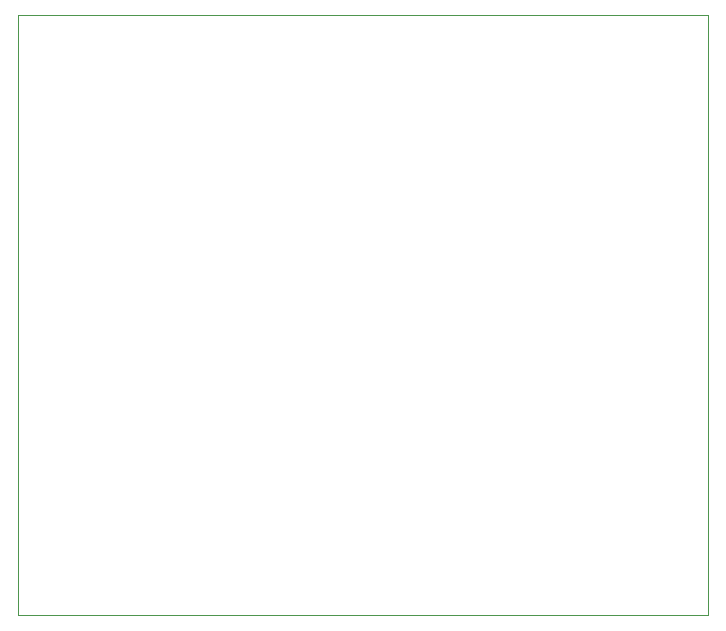
<source format=gbr>
G04 #@! TF.GenerationSoftware,KiCad,Pcbnew,5.1.6-c6e7f7d~87~ubuntu18.04.1*
G04 #@! TF.CreationDate,2020-08-01T07:59:39-04:00*
G04 #@! TF.ProjectId,optical_phasor_plug_in_board,6f707469-6361-46c5-9f70-6861736f725f,1.1*
G04 #@! TF.SameCoordinates,Original*
G04 #@! TF.FileFunction,Profile,NP*
%FSLAX46Y46*%
G04 Gerber Fmt 4.6, Leading zero omitted, Abs format (unit mm)*
G04 Created by KiCad (PCBNEW 5.1.6-c6e7f7d~87~ubuntu18.04.1) date 2020-08-01 07:59:39*
%MOMM*%
%LPD*%
G01*
G04 APERTURE LIST*
G04 #@! TA.AperFunction,Profile*
%ADD10C,0.100000*%
G04 #@! TD*
G04 APERTURE END LIST*
D10*
X175260000Y-66040000D02*
X116840000Y-66040000D01*
X175260000Y-116840000D02*
X175260000Y-66040000D01*
X116840000Y-116840000D02*
X175260000Y-116840000D01*
X116840000Y-66040000D02*
X116840000Y-116840000D01*
M02*

</source>
